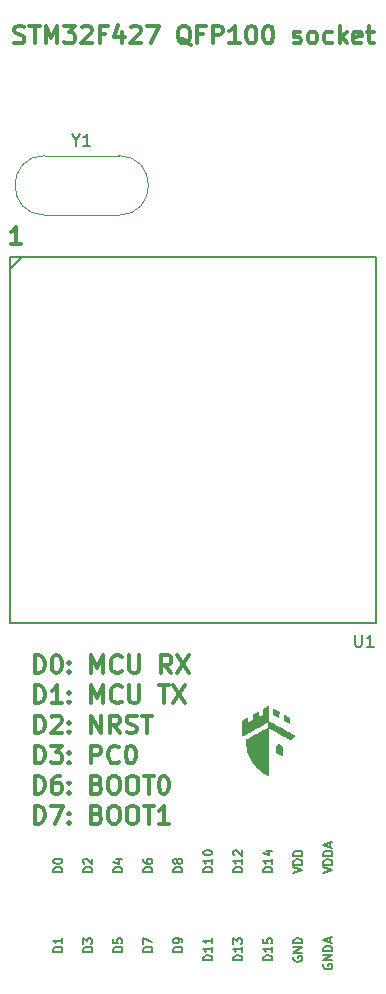
<source format=gbr>
G04 #@! TF.GenerationSoftware,KiCad,Pcbnew,5.0.2-bee76a0~70~ubuntu18.04.1*
G04 #@! TF.CreationDate,2019-07-29T15:00:22+02:00*
G04 #@! TF.ProjectId,stm32f427,73746d33-3266-4343-9237-2e6b69636164,rev?*
G04 #@! TF.SameCoordinates,Original*
G04 #@! TF.FileFunction,Legend,Top*
G04 #@! TF.FilePolarity,Positive*
%FSLAX46Y46*%
G04 Gerber Fmt 4.6, Leading zero omitted, Abs format (unit mm)*
G04 Created by KiCad (PCBNEW 5.0.2-bee76a0~70~ubuntu18.04.1) date lun. 29 juil. 2019 15:00:22 CEST*
%MOMM*%
%LPD*%
G01*
G04 APERTURE LIST*
%ADD10C,0.300000*%
%ADD11C,0.150000*%
%ADD12C,0.010000*%
%ADD13C,0.120000*%
G04 APERTURE END LIST*
D10*
X47672571Y-97706571D02*
X46815428Y-97706571D01*
X47244000Y-97706571D02*
X47244000Y-96206571D01*
X47101142Y-96420857D01*
X46958285Y-96563714D01*
X46815428Y-96635142D01*
D11*
X73249285Y-150961071D02*
X73999285Y-150711071D01*
X73249285Y-150461071D01*
X73999285Y-150211071D02*
X73249285Y-150211071D01*
X73249285Y-150032500D01*
X73285000Y-149925357D01*
X73356428Y-149853928D01*
X73427857Y-149818214D01*
X73570714Y-149782500D01*
X73677857Y-149782500D01*
X73820714Y-149818214D01*
X73892142Y-149853928D01*
X73963571Y-149925357D01*
X73999285Y-150032500D01*
X73999285Y-150211071D01*
X73999285Y-149461071D02*
X73249285Y-149461071D01*
X73249285Y-149282500D01*
X73285000Y-149175357D01*
X73356428Y-149103928D01*
X73427857Y-149068214D01*
X73570714Y-149032500D01*
X73677857Y-149032500D01*
X73820714Y-149068214D01*
X73892142Y-149103928D01*
X73963571Y-149175357D01*
X73999285Y-149282500D01*
X73999285Y-149461071D01*
X73785000Y-148746785D02*
X73785000Y-148389642D01*
X73999285Y-148818214D02*
X73249285Y-148568214D01*
X73999285Y-148318214D01*
X70709285Y-150961071D02*
X71459285Y-150711071D01*
X70709285Y-150461071D01*
X71459285Y-150211071D02*
X70709285Y-150211071D01*
X70709285Y-150032500D01*
X70745000Y-149925357D01*
X70816428Y-149853928D01*
X70887857Y-149818214D01*
X71030714Y-149782500D01*
X71137857Y-149782500D01*
X71280714Y-149818214D01*
X71352142Y-149853928D01*
X71423571Y-149925357D01*
X71459285Y-150032500D01*
X71459285Y-150211071D01*
X71459285Y-149461071D02*
X70709285Y-149461071D01*
X70709285Y-149282500D01*
X70745000Y-149175357D01*
X70816428Y-149103928D01*
X70887857Y-149068214D01*
X71030714Y-149032500D01*
X71137857Y-149032500D01*
X71280714Y-149068214D01*
X71352142Y-149103928D01*
X71423571Y-149175357D01*
X71459285Y-149282500D01*
X71459285Y-149461071D01*
X68919285Y-150853928D02*
X68169285Y-150853928D01*
X68169285Y-150675357D01*
X68205000Y-150568214D01*
X68276428Y-150496785D01*
X68347857Y-150461071D01*
X68490714Y-150425357D01*
X68597857Y-150425357D01*
X68740714Y-150461071D01*
X68812142Y-150496785D01*
X68883571Y-150568214D01*
X68919285Y-150675357D01*
X68919285Y-150853928D01*
X68919285Y-149711071D02*
X68919285Y-150139642D01*
X68919285Y-149925357D02*
X68169285Y-149925357D01*
X68276428Y-149996785D01*
X68347857Y-150068214D01*
X68383571Y-150139642D01*
X68419285Y-149068214D02*
X68919285Y-149068214D01*
X68133571Y-149246785D02*
X68669285Y-149425357D01*
X68669285Y-148961071D01*
X66379285Y-150853928D02*
X65629285Y-150853928D01*
X65629285Y-150675357D01*
X65665000Y-150568214D01*
X65736428Y-150496785D01*
X65807857Y-150461071D01*
X65950714Y-150425357D01*
X66057857Y-150425357D01*
X66200714Y-150461071D01*
X66272142Y-150496785D01*
X66343571Y-150568214D01*
X66379285Y-150675357D01*
X66379285Y-150853928D01*
X66379285Y-149711071D02*
X66379285Y-150139642D01*
X66379285Y-149925357D02*
X65629285Y-149925357D01*
X65736428Y-149996785D01*
X65807857Y-150068214D01*
X65843571Y-150139642D01*
X65700714Y-149425357D02*
X65665000Y-149389642D01*
X65629285Y-149318214D01*
X65629285Y-149139642D01*
X65665000Y-149068214D01*
X65700714Y-149032500D01*
X65772142Y-148996785D01*
X65843571Y-148996785D01*
X65950714Y-149032500D01*
X66379285Y-149461071D01*
X66379285Y-148996785D01*
X63839285Y-150853928D02*
X63089285Y-150853928D01*
X63089285Y-150675357D01*
X63125000Y-150568214D01*
X63196428Y-150496785D01*
X63267857Y-150461071D01*
X63410714Y-150425357D01*
X63517857Y-150425357D01*
X63660714Y-150461071D01*
X63732142Y-150496785D01*
X63803571Y-150568214D01*
X63839285Y-150675357D01*
X63839285Y-150853928D01*
X63839285Y-149711071D02*
X63839285Y-150139642D01*
X63839285Y-149925357D02*
X63089285Y-149925357D01*
X63196428Y-149996785D01*
X63267857Y-150068214D01*
X63303571Y-150139642D01*
X63089285Y-149246785D02*
X63089285Y-149175357D01*
X63125000Y-149103928D01*
X63160714Y-149068214D01*
X63232142Y-149032500D01*
X63375000Y-148996785D01*
X63553571Y-148996785D01*
X63696428Y-149032500D01*
X63767857Y-149068214D01*
X63803571Y-149103928D01*
X63839285Y-149175357D01*
X63839285Y-149246785D01*
X63803571Y-149318214D01*
X63767857Y-149353928D01*
X63696428Y-149389642D01*
X63553571Y-149425357D01*
X63375000Y-149425357D01*
X63232142Y-149389642D01*
X63160714Y-149353928D01*
X63125000Y-149318214D01*
X63089285Y-149246785D01*
X61299285Y-150853928D02*
X60549285Y-150853928D01*
X60549285Y-150675357D01*
X60585000Y-150568214D01*
X60656428Y-150496785D01*
X60727857Y-150461071D01*
X60870714Y-150425357D01*
X60977857Y-150425357D01*
X61120714Y-150461071D01*
X61192142Y-150496785D01*
X61263571Y-150568214D01*
X61299285Y-150675357D01*
X61299285Y-150853928D01*
X60870714Y-149996785D02*
X60835000Y-150068214D01*
X60799285Y-150103928D01*
X60727857Y-150139642D01*
X60692142Y-150139642D01*
X60620714Y-150103928D01*
X60585000Y-150068214D01*
X60549285Y-149996785D01*
X60549285Y-149853928D01*
X60585000Y-149782500D01*
X60620714Y-149746785D01*
X60692142Y-149711071D01*
X60727857Y-149711071D01*
X60799285Y-149746785D01*
X60835000Y-149782500D01*
X60870714Y-149853928D01*
X60870714Y-149996785D01*
X60906428Y-150068214D01*
X60942142Y-150103928D01*
X61013571Y-150139642D01*
X61156428Y-150139642D01*
X61227857Y-150103928D01*
X61263571Y-150068214D01*
X61299285Y-149996785D01*
X61299285Y-149853928D01*
X61263571Y-149782500D01*
X61227857Y-149746785D01*
X61156428Y-149711071D01*
X61013571Y-149711071D01*
X60942142Y-149746785D01*
X60906428Y-149782500D01*
X60870714Y-149853928D01*
X58759285Y-150853928D02*
X58009285Y-150853928D01*
X58009285Y-150675357D01*
X58045000Y-150568214D01*
X58116428Y-150496785D01*
X58187857Y-150461071D01*
X58330714Y-150425357D01*
X58437857Y-150425357D01*
X58580714Y-150461071D01*
X58652142Y-150496785D01*
X58723571Y-150568214D01*
X58759285Y-150675357D01*
X58759285Y-150853928D01*
X58009285Y-149782500D02*
X58009285Y-149925357D01*
X58045000Y-149996785D01*
X58080714Y-150032500D01*
X58187857Y-150103928D01*
X58330714Y-150139642D01*
X58616428Y-150139642D01*
X58687857Y-150103928D01*
X58723571Y-150068214D01*
X58759285Y-149996785D01*
X58759285Y-149853928D01*
X58723571Y-149782500D01*
X58687857Y-149746785D01*
X58616428Y-149711071D01*
X58437857Y-149711071D01*
X58366428Y-149746785D01*
X58330714Y-149782500D01*
X58295000Y-149853928D01*
X58295000Y-149996785D01*
X58330714Y-150068214D01*
X58366428Y-150103928D01*
X58437857Y-150139642D01*
X56219285Y-150853928D02*
X55469285Y-150853928D01*
X55469285Y-150675357D01*
X55505000Y-150568214D01*
X55576428Y-150496785D01*
X55647857Y-150461071D01*
X55790714Y-150425357D01*
X55897857Y-150425357D01*
X56040714Y-150461071D01*
X56112142Y-150496785D01*
X56183571Y-150568214D01*
X56219285Y-150675357D01*
X56219285Y-150853928D01*
X55719285Y-149782500D02*
X56219285Y-149782500D01*
X55433571Y-149961071D02*
X55969285Y-150139642D01*
X55969285Y-149675357D01*
X53679285Y-150853928D02*
X52929285Y-150853928D01*
X52929285Y-150675357D01*
X52965000Y-150568214D01*
X53036428Y-150496785D01*
X53107857Y-150461071D01*
X53250714Y-150425357D01*
X53357857Y-150425357D01*
X53500714Y-150461071D01*
X53572142Y-150496785D01*
X53643571Y-150568214D01*
X53679285Y-150675357D01*
X53679285Y-150853928D01*
X53000714Y-150139642D02*
X52965000Y-150103928D01*
X52929285Y-150032500D01*
X52929285Y-149853928D01*
X52965000Y-149782500D01*
X53000714Y-149746785D01*
X53072142Y-149711071D01*
X53143571Y-149711071D01*
X53250714Y-149746785D01*
X53679285Y-150175357D01*
X53679285Y-149711071D01*
X51139285Y-150853928D02*
X50389285Y-150853928D01*
X50389285Y-150675357D01*
X50425000Y-150568214D01*
X50496428Y-150496785D01*
X50567857Y-150461071D01*
X50710714Y-150425357D01*
X50817857Y-150425357D01*
X50960714Y-150461071D01*
X51032142Y-150496785D01*
X51103571Y-150568214D01*
X51139285Y-150675357D01*
X51139285Y-150853928D01*
X50389285Y-149961071D02*
X50389285Y-149889642D01*
X50425000Y-149818214D01*
X50460714Y-149782500D01*
X50532142Y-149746785D01*
X50675000Y-149711071D01*
X50853571Y-149711071D01*
X50996428Y-149746785D01*
X51067857Y-149782500D01*
X51103571Y-149818214D01*
X51139285Y-149889642D01*
X51139285Y-149961071D01*
X51103571Y-150032500D01*
X51067857Y-150068214D01*
X50996428Y-150103928D01*
X50853571Y-150139642D01*
X50675000Y-150139642D01*
X50532142Y-150103928D01*
X50460714Y-150068214D01*
X50425000Y-150032500D01*
X50389285Y-149961071D01*
X51139285Y-157593214D02*
X50389285Y-157593214D01*
X50389285Y-157414642D01*
X50425000Y-157307500D01*
X50496428Y-157236071D01*
X50567857Y-157200357D01*
X50710714Y-157164642D01*
X50817857Y-157164642D01*
X50960714Y-157200357D01*
X51032142Y-157236071D01*
X51103571Y-157307500D01*
X51139285Y-157414642D01*
X51139285Y-157593214D01*
X51139285Y-156450357D02*
X51139285Y-156878928D01*
X51139285Y-156664642D02*
X50389285Y-156664642D01*
X50496428Y-156736071D01*
X50567857Y-156807500D01*
X50603571Y-156878928D01*
X53679285Y-157593214D02*
X52929285Y-157593214D01*
X52929285Y-157414642D01*
X52965000Y-157307500D01*
X53036428Y-157236071D01*
X53107857Y-157200357D01*
X53250714Y-157164642D01*
X53357857Y-157164642D01*
X53500714Y-157200357D01*
X53572142Y-157236071D01*
X53643571Y-157307500D01*
X53679285Y-157414642D01*
X53679285Y-157593214D01*
X52929285Y-156914642D02*
X52929285Y-156450357D01*
X53215000Y-156700357D01*
X53215000Y-156593214D01*
X53250714Y-156521785D01*
X53286428Y-156486071D01*
X53357857Y-156450357D01*
X53536428Y-156450357D01*
X53607857Y-156486071D01*
X53643571Y-156521785D01*
X53679285Y-156593214D01*
X53679285Y-156807500D01*
X53643571Y-156878928D01*
X53607857Y-156914642D01*
X56219285Y-157593214D02*
X55469285Y-157593214D01*
X55469285Y-157414642D01*
X55505000Y-157307500D01*
X55576428Y-157236071D01*
X55647857Y-157200357D01*
X55790714Y-157164642D01*
X55897857Y-157164642D01*
X56040714Y-157200357D01*
X56112142Y-157236071D01*
X56183571Y-157307500D01*
X56219285Y-157414642D01*
X56219285Y-157593214D01*
X55469285Y-156486071D02*
X55469285Y-156843214D01*
X55826428Y-156878928D01*
X55790714Y-156843214D01*
X55755000Y-156771785D01*
X55755000Y-156593214D01*
X55790714Y-156521785D01*
X55826428Y-156486071D01*
X55897857Y-156450357D01*
X56076428Y-156450357D01*
X56147857Y-156486071D01*
X56183571Y-156521785D01*
X56219285Y-156593214D01*
X56219285Y-156771785D01*
X56183571Y-156843214D01*
X56147857Y-156878928D01*
X58759285Y-157593214D02*
X58009285Y-157593214D01*
X58009285Y-157414642D01*
X58045000Y-157307500D01*
X58116428Y-157236071D01*
X58187857Y-157200357D01*
X58330714Y-157164642D01*
X58437857Y-157164642D01*
X58580714Y-157200357D01*
X58652142Y-157236071D01*
X58723571Y-157307500D01*
X58759285Y-157414642D01*
X58759285Y-157593214D01*
X58009285Y-156914642D02*
X58009285Y-156414642D01*
X58759285Y-156736071D01*
X61299285Y-157593214D02*
X60549285Y-157593214D01*
X60549285Y-157414642D01*
X60585000Y-157307500D01*
X60656428Y-157236071D01*
X60727857Y-157200357D01*
X60870714Y-157164642D01*
X60977857Y-157164642D01*
X61120714Y-157200357D01*
X61192142Y-157236071D01*
X61263571Y-157307500D01*
X61299285Y-157414642D01*
X61299285Y-157593214D01*
X61299285Y-156807500D02*
X61299285Y-156664642D01*
X61263571Y-156593214D01*
X61227857Y-156557500D01*
X61120714Y-156486071D01*
X60977857Y-156450357D01*
X60692142Y-156450357D01*
X60620714Y-156486071D01*
X60585000Y-156521785D01*
X60549285Y-156593214D01*
X60549285Y-156736071D01*
X60585000Y-156807500D01*
X60620714Y-156843214D01*
X60692142Y-156878928D01*
X60870714Y-156878928D01*
X60942142Y-156843214D01*
X60977857Y-156807500D01*
X61013571Y-156736071D01*
X61013571Y-156593214D01*
X60977857Y-156521785D01*
X60942142Y-156486071D01*
X60870714Y-156450357D01*
X63839285Y-158307500D02*
X63089285Y-158307500D01*
X63089285Y-158128928D01*
X63125000Y-158021785D01*
X63196428Y-157950357D01*
X63267857Y-157914642D01*
X63410714Y-157878928D01*
X63517857Y-157878928D01*
X63660714Y-157914642D01*
X63732142Y-157950357D01*
X63803571Y-158021785D01*
X63839285Y-158128928D01*
X63839285Y-158307500D01*
X63839285Y-157164642D02*
X63839285Y-157593214D01*
X63839285Y-157378928D02*
X63089285Y-157378928D01*
X63196428Y-157450357D01*
X63267857Y-157521785D01*
X63303571Y-157593214D01*
X63839285Y-156450357D02*
X63839285Y-156878928D01*
X63839285Y-156664642D02*
X63089285Y-156664642D01*
X63196428Y-156736071D01*
X63267857Y-156807500D01*
X63303571Y-156878928D01*
X66379285Y-158307500D02*
X65629285Y-158307500D01*
X65629285Y-158128928D01*
X65665000Y-158021785D01*
X65736428Y-157950357D01*
X65807857Y-157914642D01*
X65950714Y-157878928D01*
X66057857Y-157878928D01*
X66200714Y-157914642D01*
X66272142Y-157950357D01*
X66343571Y-158021785D01*
X66379285Y-158128928D01*
X66379285Y-158307500D01*
X66379285Y-157164642D02*
X66379285Y-157593214D01*
X66379285Y-157378928D02*
X65629285Y-157378928D01*
X65736428Y-157450357D01*
X65807857Y-157521785D01*
X65843571Y-157593214D01*
X65629285Y-156914642D02*
X65629285Y-156450357D01*
X65915000Y-156700357D01*
X65915000Y-156593214D01*
X65950714Y-156521785D01*
X65986428Y-156486071D01*
X66057857Y-156450357D01*
X66236428Y-156450357D01*
X66307857Y-156486071D01*
X66343571Y-156521785D01*
X66379285Y-156593214D01*
X66379285Y-156807500D01*
X66343571Y-156878928D01*
X66307857Y-156914642D01*
X68919285Y-158307500D02*
X68169285Y-158307500D01*
X68169285Y-158128928D01*
X68205000Y-158021785D01*
X68276428Y-157950357D01*
X68347857Y-157914642D01*
X68490714Y-157878928D01*
X68597857Y-157878928D01*
X68740714Y-157914642D01*
X68812142Y-157950357D01*
X68883571Y-158021785D01*
X68919285Y-158128928D01*
X68919285Y-158307500D01*
X68919285Y-157164642D02*
X68919285Y-157593214D01*
X68919285Y-157378928D02*
X68169285Y-157378928D01*
X68276428Y-157450357D01*
X68347857Y-157521785D01*
X68383571Y-157593214D01*
X68169285Y-156486071D02*
X68169285Y-156843214D01*
X68526428Y-156878928D01*
X68490714Y-156843214D01*
X68455000Y-156771785D01*
X68455000Y-156593214D01*
X68490714Y-156521785D01*
X68526428Y-156486071D01*
X68597857Y-156450357D01*
X68776428Y-156450357D01*
X68847857Y-156486071D01*
X68883571Y-156521785D01*
X68919285Y-156593214D01*
X68919285Y-156771785D01*
X68883571Y-156843214D01*
X68847857Y-156878928D01*
X70745000Y-158021785D02*
X70709285Y-158093214D01*
X70709285Y-158200357D01*
X70745000Y-158307500D01*
X70816428Y-158378928D01*
X70887857Y-158414642D01*
X71030714Y-158450357D01*
X71137857Y-158450357D01*
X71280714Y-158414642D01*
X71352142Y-158378928D01*
X71423571Y-158307500D01*
X71459285Y-158200357D01*
X71459285Y-158128928D01*
X71423571Y-158021785D01*
X71387857Y-157986071D01*
X71137857Y-157986071D01*
X71137857Y-158128928D01*
X71459285Y-157664642D02*
X70709285Y-157664642D01*
X71459285Y-157236071D01*
X70709285Y-157236071D01*
X71459285Y-156878928D02*
X70709285Y-156878928D01*
X70709285Y-156700357D01*
X70745000Y-156593214D01*
X70816428Y-156521785D01*
X70887857Y-156486071D01*
X71030714Y-156450357D01*
X71137857Y-156450357D01*
X71280714Y-156486071D01*
X71352142Y-156521785D01*
X71423571Y-156593214D01*
X71459285Y-156700357D01*
X71459285Y-156878928D01*
X73285000Y-158664642D02*
X73249285Y-158736071D01*
X73249285Y-158843214D01*
X73285000Y-158950357D01*
X73356428Y-159021785D01*
X73427857Y-159057500D01*
X73570714Y-159093214D01*
X73677857Y-159093214D01*
X73820714Y-159057500D01*
X73892142Y-159021785D01*
X73963571Y-158950357D01*
X73999285Y-158843214D01*
X73999285Y-158771785D01*
X73963571Y-158664642D01*
X73927857Y-158628928D01*
X73677857Y-158628928D01*
X73677857Y-158771785D01*
X73999285Y-158307500D02*
X73249285Y-158307500D01*
X73999285Y-157878928D01*
X73249285Y-157878928D01*
X73999285Y-157521785D02*
X73249285Y-157521785D01*
X73249285Y-157343214D01*
X73285000Y-157236071D01*
X73356428Y-157164642D01*
X73427857Y-157128928D01*
X73570714Y-157093214D01*
X73677857Y-157093214D01*
X73820714Y-157128928D01*
X73892142Y-157164642D01*
X73963571Y-157236071D01*
X73999285Y-157343214D01*
X73999285Y-157521785D01*
X73785000Y-156807500D02*
X73785000Y-156450357D01*
X73999285Y-156878928D02*
X73249285Y-156628928D01*
X73999285Y-156378928D01*
D10*
X47087142Y-80617142D02*
X47301428Y-80688571D01*
X47658571Y-80688571D01*
X47801428Y-80617142D01*
X47872857Y-80545714D01*
X47944285Y-80402857D01*
X47944285Y-80260000D01*
X47872857Y-80117142D01*
X47801428Y-80045714D01*
X47658571Y-79974285D01*
X47372857Y-79902857D01*
X47229999Y-79831428D01*
X47158571Y-79760000D01*
X47087142Y-79617142D01*
X47087142Y-79474285D01*
X47158571Y-79331428D01*
X47229999Y-79260000D01*
X47372857Y-79188571D01*
X47729999Y-79188571D01*
X47944285Y-79260000D01*
X48372857Y-79188571D02*
X49229999Y-79188571D01*
X48801428Y-80688571D02*
X48801428Y-79188571D01*
X49729999Y-80688571D02*
X49729999Y-79188571D01*
X50229999Y-80260000D01*
X50729999Y-79188571D01*
X50729999Y-80688571D01*
X51301428Y-79188571D02*
X52229999Y-79188571D01*
X51729999Y-79760000D01*
X51944285Y-79760000D01*
X52087142Y-79831428D01*
X52158571Y-79902857D01*
X52229999Y-80045714D01*
X52229999Y-80402857D01*
X52158571Y-80545714D01*
X52087142Y-80617142D01*
X51944285Y-80688571D01*
X51515714Y-80688571D01*
X51372857Y-80617142D01*
X51301428Y-80545714D01*
X52801428Y-79331428D02*
X52872857Y-79260000D01*
X53015714Y-79188571D01*
X53372857Y-79188571D01*
X53515714Y-79260000D01*
X53587142Y-79331428D01*
X53658571Y-79474285D01*
X53658571Y-79617142D01*
X53587142Y-79831428D01*
X52729999Y-80688571D01*
X53658571Y-80688571D01*
X54801428Y-79902857D02*
X54301428Y-79902857D01*
X54301428Y-80688571D02*
X54301428Y-79188571D01*
X55015714Y-79188571D01*
X56229999Y-79688571D02*
X56229999Y-80688571D01*
X55872857Y-79117142D02*
X55515714Y-80188571D01*
X56444285Y-80188571D01*
X56944285Y-79331428D02*
X57015714Y-79260000D01*
X57158571Y-79188571D01*
X57515714Y-79188571D01*
X57658571Y-79260000D01*
X57729999Y-79331428D01*
X57801428Y-79474285D01*
X57801428Y-79617142D01*
X57729999Y-79831428D01*
X56872857Y-80688571D01*
X57801428Y-80688571D01*
X58301428Y-79188571D02*
X59301428Y-79188571D01*
X58658571Y-80688571D01*
X62015714Y-80831428D02*
X61872857Y-80760000D01*
X61730000Y-80617142D01*
X61515714Y-80402857D01*
X61372857Y-80331428D01*
X61230000Y-80331428D01*
X61301428Y-80688571D02*
X61158571Y-80617142D01*
X61015714Y-80474285D01*
X60944285Y-80188571D01*
X60944285Y-79688571D01*
X61015714Y-79402857D01*
X61158571Y-79260000D01*
X61301428Y-79188571D01*
X61587142Y-79188571D01*
X61730000Y-79260000D01*
X61872857Y-79402857D01*
X61944285Y-79688571D01*
X61944285Y-80188571D01*
X61872857Y-80474285D01*
X61730000Y-80617142D01*
X61587142Y-80688571D01*
X61301428Y-80688571D01*
X63087142Y-79902857D02*
X62587142Y-79902857D01*
X62587142Y-80688571D02*
X62587142Y-79188571D01*
X63301428Y-79188571D01*
X63872857Y-80688571D02*
X63872857Y-79188571D01*
X64444285Y-79188571D01*
X64587142Y-79260000D01*
X64658571Y-79331428D01*
X64730000Y-79474285D01*
X64730000Y-79688571D01*
X64658571Y-79831428D01*
X64587142Y-79902857D01*
X64444285Y-79974285D01*
X63872857Y-79974285D01*
X66158571Y-80688571D02*
X65301428Y-80688571D01*
X65729999Y-80688571D02*
X65729999Y-79188571D01*
X65587142Y-79402857D01*
X65444285Y-79545714D01*
X65301428Y-79617142D01*
X67087142Y-79188571D02*
X67230000Y-79188571D01*
X67372857Y-79260000D01*
X67444285Y-79331428D01*
X67515714Y-79474285D01*
X67587142Y-79760000D01*
X67587142Y-80117142D01*
X67515714Y-80402857D01*
X67444285Y-80545714D01*
X67372857Y-80617142D01*
X67230000Y-80688571D01*
X67087142Y-80688571D01*
X66944285Y-80617142D01*
X66872857Y-80545714D01*
X66801428Y-80402857D01*
X66730000Y-80117142D01*
X66730000Y-79760000D01*
X66801428Y-79474285D01*
X66872857Y-79331428D01*
X66944285Y-79260000D01*
X67087142Y-79188571D01*
X68515714Y-79188571D02*
X68658571Y-79188571D01*
X68801428Y-79260000D01*
X68872857Y-79331428D01*
X68944285Y-79474285D01*
X69015714Y-79760000D01*
X69015714Y-80117142D01*
X68944285Y-80402857D01*
X68872857Y-80545714D01*
X68801428Y-80617142D01*
X68658571Y-80688571D01*
X68515714Y-80688571D01*
X68372857Y-80617142D01*
X68301428Y-80545714D01*
X68230000Y-80402857D01*
X68158571Y-80117142D01*
X68158571Y-79760000D01*
X68230000Y-79474285D01*
X68301428Y-79331428D01*
X68372857Y-79260000D01*
X68515714Y-79188571D01*
X70730000Y-80617142D02*
X70872857Y-80688571D01*
X71158571Y-80688571D01*
X71301428Y-80617142D01*
X71372857Y-80474285D01*
X71372857Y-80402857D01*
X71301428Y-80260000D01*
X71158571Y-80188571D01*
X70944285Y-80188571D01*
X70801428Y-80117142D01*
X70730000Y-79974285D01*
X70730000Y-79902857D01*
X70801428Y-79760000D01*
X70944285Y-79688571D01*
X71158571Y-79688571D01*
X71301428Y-79760000D01*
X72230000Y-80688571D02*
X72087142Y-80617142D01*
X72015714Y-80545714D01*
X71944285Y-80402857D01*
X71944285Y-79974285D01*
X72015714Y-79831428D01*
X72087142Y-79760000D01*
X72230000Y-79688571D01*
X72444285Y-79688571D01*
X72587142Y-79760000D01*
X72658571Y-79831428D01*
X72730000Y-79974285D01*
X72730000Y-80402857D01*
X72658571Y-80545714D01*
X72587142Y-80617142D01*
X72444285Y-80688571D01*
X72230000Y-80688571D01*
X74015714Y-80617142D02*
X73872857Y-80688571D01*
X73587142Y-80688571D01*
X73444285Y-80617142D01*
X73372857Y-80545714D01*
X73301428Y-80402857D01*
X73301428Y-79974285D01*
X73372857Y-79831428D01*
X73444285Y-79760000D01*
X73587142Y-79688571D01*
X73872857Y-79688571D01*
X74015714Y-79760000D01*
X74658571Y-80688571D02*
X74658571Y-79188571D01*
X74801428Y-80117142D02*
X75230000Y-80688571D01*
X75230000Y-79688571D02*
X74658571Y-80260000D01*
X76444285Y-80617142D02*
X76301428Y-80688571D01*
X76015714Y-80688571D01*
X75872857Y-80617142D01*
X75801428Y-80474285D01*
X75801428Y-79902857D01*
X75872857Y-79760000D01*
X76015714Y-79688571D01*
X76301428Y-79688571D01*
X76444285Y-79760000D01*
X76515714Y-79902857D01*
X76515714Y-80045714D01*
X75801428Y-80188571D01*
X76944285Y-79688571D02*
X77515714Y-79688571D01*
X77158571Y-79188571D02*
X77158571Y-80474285D01*
X77230000Y-80617142D01*
X77372857Y-80688571D01*
X77515714Y-80688571D01*
X48812142Y-134003571D02*
X48812142Y-132503571D01*
X49169285Y-132503571D01*
X49383571Y-132575000D01*
X49526428Y-132717857D01*
X49597857Y-132860714D01*
X49669285Y-133146428D01*
X49669285Y-133360714D01*
X49597857Y-133646428D01*
X49526428Y-133789285D01*
X49383571Y-133932142D01*
X49169285Y-134003571D01*
X48812142Y-134003571D01*
X50597857Y-132503571D02*
X50740714Y-132503571D01*
X50883571Y-132575000D01*
X50955000Y-132646428D01*
X51026428Y-132789285D01*
X51097857Y-133075000D01*
X51097857Y-133432142D01*
X51026428Y-133717857D01*
X50955000Y-133860714D01*
X50883571Y-133932142D01*
X50740714Y-134003571D01*
X50597857Y-134003571D01*
X50455000Y-133932142D01*
X50383571Y-133860714D01*
X50312142Y-133717857D01*
X50240714Y-133432142D01*
X50240714Y-133075000D01*
X50312142Y-132789285D01*
X50383571Y-132646428D01*
X50455000Y-132575000D01*
X50597857Y-132503571D01*
X51740714Y-133860714D02*
X51812142Y-133932142D01*
X51740714Y-134003571D01*
X51669285Y-133932142D01*
X51740714Y-133860714D01*
X51740714Y-134003571D01*
X51740714Y-133075000D02*
X51812142Y-133146428D01*
X51740714Y-133217857D01*
X51669285Y-133146428D01*
X51740714Y-133075000D01*
X51740714Y-133217857D01*
X53597857Y-134003571D02*
X53597857Y-132503571D01*
X54097857Y-133575000D01*
X54597857Y-132503571D01*
X54597857Y-134003571D01*
X56169285Y-133860714D02*
X56097857Y-133932142D01*
X55883571Y-134003571D01*
X55740714Y-134003571D01*
X55526428Y-133932142D01*
X55383571Y-133789285D01*
X55312142Y-133646428D01*
X55240714Y-133360714D01*
X55240714Y-133146428D01*
X55312142Y-132860714D01*
X55383571Y-132717857D01*
X55526428Y-132575000D01*
X55740714Y-132503571D01*
X55883571Y-132503571D01*
X56097857Y-132575000D01*
X56169285Y-132646428D01*
X56812142Y-132503571D02*
X56812142Y-133717857D01*
X56883571Y-133860714D01*
X56955000Y-133932142D01*
X57097857Y-134003571D01*
X57383571Y-134003571D01*
X57526428Y-133932142D01*
X57597857Y-133860714D01*
X57669285Y-133717857D01*
X57669285Y-132503571D01*
X60383571Y-134003571D02*
X59883571Y-133289285D01*
X59526428Y-134003571D02*
X59526428Y-132503571D01*
X60097857Y-132503571D01*
X60240714Y-132575000D01*
X60312142Y-132646428D01*
X60383571Y-132789285D01*
X60383571Y-133003571D01*
X60312142Y-133146428D01*
X60240714Y-133217857D01*
X60097857Y-133289285D01*
X59526428Y-133289285D01*
X60883571Y-132503571D02*
X61883571Y-134003571D01*
X61883571Y-132503571D02*
X60883571Y-134003571D01*
X48812142Y-136553571D02*
X48812142Y-135053571D01*
X49169285Y-135053571D01*
X49383571Y-135125000D01*
X49526428Y-135267857D01*
X49597857Y-135410714D01*
X49669285Y-135696428D01*
X49669285Y-135910714D01*
X49597857Y-136196428D01*
X49526428Y-136339285D01*
X49383571Y-136482142D01*
X49169285Y-136553571D01*
X48812142Y-136553571D01*
X51097857Y-136553571D02*
X50240714Y-136553571D01*
X50669285Y-136553571D02*
X50669285Y-135053571D01*
X50526428Y-135267857D01*
X50383571Y-135410714D01*
X50240714Y-135482142D01*
X51740714Y-136410714D02*
X51812142Y-136482142D01*
X51740714Y-136553571D01*
X51669285Y-136482142D01*
X51740714Y-136410714D01*
X51740714Y-136553571D01*
X51740714Y-135625000D02*
X51812142Y-135696428D01*
X51740714Y-135767857D01*
X51669285Y-135696428D01*
X51740714Y-135625000D01*
X51740714Y-135767857D01*
X53597857Y-136553571D02*
X53597857Y-135053571D01*
X54097857Y-136125000D01*
X54597857Y-135053571D01*
X54597857Y-136553571D01*
X56169285Y-136410714D02*
X56097857Y-136482142D01*
X55883571Y-136553571D01*
X55740714Y-136553571D01*
X55526428Y-136482142D01*
X55383571Y-136339285D01*
X55312142Y-136196428D01*
X55240714Y-135910714D01*
X55240714Y-135696428D01*
X55312142Y-135410714D01*
X55383571Y-135267857D01*
X55526428Y-135125000D01*
X55740714Y-135053571D01*
X55883571Y-135053571D01*
X56097857Y-135125000D01*
X56169285Y-135196428D01*
X56812142Y-135053571D02*
X56812142Y-136267857D01*
X56883571Y-136410714D01*
X56955000Y-136482142D01*
X57097857Y-136553571D01*
X57383571Y-136553571D01*
X57526428Y-136482142D01*
X57597857Y-136410714D01*
X57669285Y-136267857D01*
X57669285Y-135053571D01*
X59312142Y-135053571D02*
X60169285Y-135053571D01*
X59740714Y-136553571D02*
X59740714Y-135053571D01*
X60526428Y-135053571D02*
X61526428Y-136553571D01*
X61526428Y-135053571D02*
X60526428Y-136553571D01*
X48812142Y-139103571D02*
X48812142Y-137603571D01*
X49169285Y-137603571D01*
X49383571Y-137675000D01*
X49526428Y-137817857D01*
X49597857Y-137960714D01*
X49669285Y-138246428D01*
X49669285Y-138460714D01*
X49597857Y-138746428D01*
X49526428Y-138889285D01*
X49383571Y-139032142D01*
X49169285Y-139103571D01*
X48812142Y-139103571D01*
X50240714Y-137746428D02*
X50312142Y-137675000D01*
X50455000Y-137603571D01*
X50812142Y-137603571D01*
X50955000Y-137675000D01*
X51026428Y-137746428D01*
X51097857Y-137889285D01*
X51097857Y-138032142D01*
X51026428Y-138246428D01*
X50169285Y-139103571D01*
X51097857Y-139103571D01*
X51740714Y-138960714D02*
X51812142Y-139032142D01*
X51740714Y-139103571D01*
X51669285Y-139032142D01*
X51740714Y-138960714D01*
X51740714Y-139103571D01*
X51740714Y-138175000D02*
X51812142Y-138246428D01*
X51740714Y-138317857D01*
X51669285Y-138246428D01*
X51740714Y-138175000D01*
X51740714Y-138317857D01*
X53597857Y-139103571D02*
X53597857Y-137603571D01*
X54455000Y-139103571D01*
X54455000Y-137603571D01*
X56026428Y-139103571D02*
X55526428Y-138389285D01*
X55169285Y-139103571D02*
X55169285Y-137603571D01*
X55740714Y-137603571D01*
X55883571Y-137675000D01*
X55955000Y-137746428D01*
X56026428Y-137889285D01*
X56026428Y-138103571D01*
X55955000Y-138246428D01*
X55883571Y-138317857D01*
X55740714Y-138389285D01*
X55169285Y-138389285D01*
X56597857Y-139032142D02*
X56812142Y-139103571D01*
X57169285Y-139103571D01*
X57312142Y-139032142D01*
X57383571Y-138960714D01*
X57455000Y-138817857D01*
X57455000Y-138675000D01*
X57383571Y-138532142D01*
X57312142Y-138460714D01*
X57169285Y-138389285D01*
X56883571Y-138317857D01*
X56740714Y-138246428D01*
X56669285Y-138175000D01*
X56597857Y-138032142D01*
X56597857Y-137889285D01*
X56669285Y-137746428D01*
X56740714Y-137675000D01*
X56883571Y-137603571D01*
X57240714Y-137603571D01*
X57455000Y-137675000D01*
X57883571Y-137603571D02*
X58740714Y-137603571D01*
X58312142Y-139103571D02*
X58312142Y-137603571D01*
X48812142Y-141653571D02*
X48812142Y-140153571D01*
X49169285Y-140153571D01*
X49383571Y-140225000D01*
X49526428Y-140367857D01*
X49597857Y-140510714D01*
X49669285Y-140796428D01*
X49669285Y-141010714D01*
X49597857Y-141296428D01*
X49526428Y-141439285D01*
X49383571Y-141582142D01*
X49169285Y-141653571D01*
X48812142Y-141653571D01*
X50169285Y-140153571D02*
X51097857Y-140153571D01*
X50597857Y-140725000D01*
X50812142Y-140725000D01*
X50955000Y-140796428D01*
X51026428Y-140867857D01*
X51097857Y-141010714D01*
X51097857Y-141367857D01*
X51026428Y-141510714D01*
X50955000Y-141582142D01*
X50812142Y-141653571D01*
X50383571Y-141653571D01*
X50240714Y-141582142D01*
X50169285Y-141510714D01*
X51740714Y-141510714D02*
X51812142Y-141582142D01*
X51740714Y-141653571D01*
X51669285Y-141582142D01*
X51740714Y-141510714D01*
X51740714Y-141653571D01*
X51740714Y-140725000D02*
X51812142Y-140796428D01*
X51740714Y-140867857D01*
X51669285Y-140796428D01*
X51740714Y-140725000D01*
X51740714Y-140867857D01*
X53597857Y-141653571D02*
X53597857Y-140153571D01*
X54169285Y-140153571D01*
X54312142Y-140225000D01*
X54383571Y-140296428D01*
X54455000Y-140439285D01*
X54455000Y-140653571D01*
X54383571Y-140796428D01*
X54312142Y-140867857D01*
X54169285Y-140939285D01*
X53597857Y-140939285D01*
X55955000Y-141510714D02*
X55883571Y-141582142D01*
X55669285Y-141653571D01*
X55526428Y-141653571D01*
X55312142Y-141582142D01*
X55169285Y-141439285D01*
X55097857Y-141296428D01*
X55026428Y-141010714D01*
X55026428Y-140796428D01*
X55097857Y-140510714D01*
X55169285Y-140367857D01*
X55312142Y-140225000D01*
X55526428Y-140153571D01*
X55669285Y-140153571D01*
X55883571Y-140225000D01*
X55955000Y-140296428D01*
X56883571Y-140153571D02*
X57026428Y-140153571D01*
X57169285Y-140225000D01*
X57240714Y-140296428D01*
X57312142Y-140439285D01*
X57383571Y-140725000D01*
X57383571Y-141082142D01*
X57312142Y-141367857D01*
X57240714Y-141510714D01*
X57169285Y-141582142D01*
X57026428Y-141653571D01*
X56883571Y-141653571D01*
X56740714Y-141582142D01*
X56669285Y-141510714D01*
X56597857Y-141367857D01*
X56526428Y-141082142D01*
X56526428Y-140725000D01*
X56597857Y-140439285D01*
X56669285Y-140296428D01*
X56740714Y-140225000D01*
X56883571Y-140153571D01*
X48812142Y-144203571D02*
X48812142Y-142703571D01*
X49169285Y-142703571D01*
X49383571Y-142775000D01*
X49526428Y-142917857D01*
X49597857Y-143060714D01*
X49669285Y-143346428D01*
X49669285Y-143560714D01*
X49597857Y-143846428D01*
X49526428Y-143989285D01*
X49383571Y-144132142D01*
X49169285Y-144203571D01*
X48812142Y-144203571D01*
X50955000Y-142703571D02*
X50669285Y-142703571D01*
X50526428Y-142775000D01*
X50455000Y-142846428D01*
X50312142Y-143060714D01*
X50240714Y-143346428D01*
X50240714Y-143917857D01*
X50312142Y-144060714D01*
X50383571Y-144132142D01*
X50526428Y-144203571D01*
X50812142Y-144203571D01*
X50955000Y-144132142D01*
X51026428Y-144060714D01*
X51097857Y-143917857D01*
X51097857Y-143560714D01*
X51026428Y-143417857D01*
X50955000Y-143346428D01*
X50812142Y-143275000D01*
X50526428Y-143275000D01*
X50383571Y-143346428D01*
X50312142Y-143417857D01*
X50240714Y-143560714D01*
X51740714Y-144060714D02*
X51812142Y-144132142D01*
X51740714Y-144203571D01*
X51669285Y-144132142D01*
X51740714Y-144060714D01*
X51740714Y-144203571D01*
X51740714Y-143275000D02*
X51812142Y-143346428D01*
X51740714Y-143417857D01*
X51669285Y-143346428D01*
X51740714Y-143275000D01*
X51740714Y-143417857D01*
X54097857Y-143417857D02*
X54312142Y-143489285D01*
X54383571Y-143560714D01*
X54455000Y-143703571D01*
X54455000Y-143917857D01*
X54383571Y-144060714D01*
X54312142Y-144132142D01*
X54169285Y-144203571D01*
X53597857Y-144203571D01*
X53597857Y-142703571D01*
X54097857Y-142703571D01*
X54240714Y-142775000D01*
X54312142Y-142846428D01*
X54383571Y-142989285D01*
X54383571Y-143132142D01*
X54312142Y-143275000D01*
X54240714Y-143346428D01*
X54097857Y-143417857D01*
X53597857Y-143417857D01*
X55383571Y-142703571D02*
X55669285Y-142703571D01*
X55812142Y-142775000D01*
X55955000Y-142917857D01*
X56026428Y-143203571D01*
X56026428Y-143703571D01*
X55955000Y-143989285D01*
X55812142Y-144132142D01*
X55669285Y-144203571D01*
X55383571Y-144203571D01*
X55240714Y-144132142D01*
X55097857Y-143989285D01*
X55026428Y-143703571D01*
X55026428Y-143203571D01*
X55097857Y-142917857D01*
X55240714Y-142775000D01*
X55383571Y-142703571D01*
X56955000Y-142703571D02*
X57240714Y-142703571D01*
X57383571Y-142775000D01*
X57526428Y-142917857D01*
X57597857Y-143203571D01*
X57597857Y-143703571D01*
X57526428Y-143989285D01*
X57383571Y-144132142D01*
X57240714Y-144203571D01*
X56955000Y-144203571D01*
X56812142Y-144132142D01*
X56669285Y-143989285D01*
X56597857Y-143703571D01*
X56597857Y-143203571D01*
X56669285Y-142917857D01*
X56812142Y-142775000D01*
X56955000Y-142703571D01*
X58026428Y-142703571D02*
X58883571Y-142703571D01*
X58455000Y-144203571D02*
X58455000Y-142703571D01*
X59669285Y-142703571D02*
X59812142Y-142703571D01*
X59955000Y-142775000D01*
X60026428Y-142846428D01*
X60097857Y-142989285D01*
X60169285Y-143275000D01*
X60169285Y-143632142D01*
X60097857Y-143917857D01*
X60026428Y-144060714D01*
X59955000Y-144132142D01*
X59812142Y-144203571D01*
X59669285Y-144203571D01*
X59526428Y-144132142D01*
X59455000Y-144060714D01*
X59383571Y-143917857D01*
X59312142Y-143632142D01*
X59312142Y-143275000D01*
X59383571Y-142989285D01*
X59455000Y-142846428D01*
X59526428Y-142775000D01*
X59669285Y-142703571D01*
X48812142Y-146753571D02*
X48812142Y-145253571D01*
X49169285Y-145253571D01*
X49383571Y-145325000D01*
X49526428Y-145467857D01*
X49597857Y-145610714D01*
X49669285Y-145896428D01*
X49669285Y-146110714D01*
X49597857Y-146396428D01*
X49526428Y-146539285D01*
X49383571Y-146682142D01*
X49169285Y-146753571D01*
X48812142Y-146753571D01*
X50169285Y-145253571D02*
X51169285Y-145253571D01*
X50526428Y-146753571D01*
X51740714Y-146610714D02*
X51812142Y-146682142D01*
X51740714Y-146753571D01*
X51669285Y-146682142D01*
X51740714Y-146610714D01*
X51740714Y-146753571D01*
X51740714Y-145825000D02*
X51812142Y-145896428D01*
X51740714Y-145967857D01*
X51669285Y-145896428D01*
X51740714Y-145825000D01*
X51740714Y-145967857D01*
X54097857Y-145967857D02*
X54312142Y-146039285D01*
X54383571Y-146110714D01*
X54455000Y-146253571D01*
X54455000Y-146467857D01*
X54383571Y-146610714D01*
X54312142Y-146682142D01*
X54169285Y-146753571D01*
X53597857Y-146753571D01*
X53597857Y-145253571D01*
X54097857Y-145253571D01*
X54240714Y-145325000D01*
X54312142Y-145396428D01*
X54383571Y-145539285D01*
X54383571Y-145682142D01*
X54312142Y-145825000D01*
X54240714Y-145896428D01*
X54097857Y-145967857D01*
X53597857Y-145967857D01*
X55383571Y-145253571D02*
X55669285Y-145253571D01*
X55812142Y-145325000D01*
X55955000Y-145467857D01*
X56026428Y-145753571D01*
X56026428Y-146253571D01*
X55955000Y-146539285D01*
X55812142Y-146682142D01*
X55669285Y-146753571D01*
X55383571Y-146753571D01*
X55240714Y-146682142D01*
X55097857Y-146539285D01*
X55026428Y-146253571D01*
X55026428Y-145753571D01*
X55097857Y-145467857D01*
X55240714Y-145325000D01*
X55383571Y-145253571D01*
X56955000Y-145253571D02*
X57240714Y-145253571D01*
X57383571Y-145325000D01*
X57526428Y-145467857D01*
X57597857Y-145753571D01*
X57597857Y-146253571D01*
X57526428Y-146539285D01*
X57383571Y-146682142D01*
X57240714Y-146753571D01*
X56955000Y-146753571D01*
X56812142Y-146682142D01*
X56669285Y-146539285D01*
X56597857Y-146253571D01*
X56597857Y-145753571D01*
X56669285Y-145467857D01*
X56812142Y-145325000D01*
X56955000Y-145253571D01*
X58026428Y-145253571D02*
X58883571Y-145253571D01*
X58455000Y-146753571D02*
X58455000Y-145253571D01*
X60169285Y-146753571D02*
X59312142Y-146753571D01*
X59740714Y-146753571D02*
X59740714Y-145253571D01*
X59597857Y-145467857D01*
X59455000Y-145610714D01*
X59312142Y-145682142D01*
D12*
G04 #@! TO.C,LOGO1*
G36*
X68580000Y-140594903D02*
X68580000Y-142595600D01*
X68545075Y-142595367D01*
X68517834Y-142590507D01*
X68474917Y-142577722D01*
X68423870Y-142559371D01*
X68402200Y-142550727D01*
X68221186Y-142463797D01*
X68041335Y-142352773D01*
X67864490Y-142218949D01*
X67692496Y-142063621D01*
X67653734Y-142024906D01*
X67467609Y-141817539D01*
X67300004Y-141593433D01*
X67151570Y-141353902D01*
X67022961Y-141100262D01*
X66914831Y-140833827D01*
X66827833Y-140555914D01*
X66762619Y-140267836D01*
X66752447Y-140210293D01*
X66744556Y-140157730D01*
X66736300Y-140092725D01*
X66728050Y-140019507D01*
X66720181Y-139942307D01*
X66713065Y-139865353D01*
X66707074Y-139792876D01*
X66702583Y-139729106D01*
X66699963Y-139678272D01*
X66699588Y-139644605D01*
X66701498Y-139632462D01*
X66713233Y-139625787D01*
X66745199Y-139607936D01*
X66795395Y-139580016D01*
X66861820Y-139543134D01*
X66942472Y-139498398D01*
X67035351Y-139446914D01*
X67138455Y-139389790D01*
X67249783Y-139328133D01*
X67367333Y-139263050D01*
X67489106Y-139195649D01*
X67613098Y-139127037D01*
X67737311Y-139058320D01*
X67859741Y-138990607D01*
X67978388Y-138925004D01*
X68091251Y-138862619D01*
X68196328Y-138804559D01*
X68291618Y-138751931D01*
X68375121Y-138705842D01*
X68444835Y-138667400D01*
X68498759Y-138637711D01*
X68534891Y-138617884D01*
X68551230Y-138609025D01*
X68551425Y-138608924D01*
X68579999Y-138594206D01*
X68580000Y-140594903D01*
X68580000Y-140594903D01*
G37*
X68580000Y-140594903D02*
X68580000Y-142595600D01*
X68545075Y-142595367D01*
X68517834Y-142590507D01*
X68474917Y-142577722D01*
X68423870Y-142559371D01*
X68402200Y-142550727D01*
X68221186Y-142463797D01*
X68041335Y-142352773D01*
X67864490Y-142218949D01*
X67692496Y-142063621D01*
X67653734Y-142024906D01*
X67467609Y-141817539D01*
X67300004Y-141593433D01*
X67151570Y-141353902D01*
X67022961Y-141100262D01*
X66914831Y-140833827D01*
X66827833Y-140555914D01*
X66762619Y-140267836D01*
X66752447Y-140210293D01*
X66744556Y-140157730D01*
X66736300Y-140092725D01*
X66728050Y-140019507D01*
X66720181Y-139942307D01*
X66713065Y-139865353D01*
X66707074Y-139792876D01*
X66702583Y-139729106D01*
X66699963Y-139678272D01*
X66699588Y-139644605D01*
X66701498Y-139632462D01*
X66713233Y-139625787D01*
X66745199Y-139607936D01*
X66795395Y-139580016D01*
X66861820Y-139543134D01*
X66942472Y-139498398D01*
X67035351Y-139446914D01*
X67138455Y-139389790D01*
X67249783Y-139328133D01*
X67367333Y-139263050D01*
X67489106Y-139195649D01*
X67613098Y-139127037D01*
X67737311Y-139058320D01*
X67859741Y-138990607D01*
X67978388Y-138925004D01*
X68091251Y-138862619D01*
X68196328Y-138804559D01*
X68291618Y-138751931D01*
X68375121Y-138705842D01*
X68444835Y-138667400D01*
X68498759Y-138637711D01*
X68534891Y-138617884D01*
X68551230Y-138609025D01*
X68551425Y-138608924D01*
X68579999Y-138594206D01*
X68580000Y-140594903D01*
G36*
X69494236Y-140044237D02*
X69554478Y-140071905D01*
X69613178Y-140118017D01*
X69667583Y-140181291D01*
X69714943Y-140260447D01*
X69716688Y-140264000D01*
X69739039Y-140314309D01*
X69755684Y-140364025D01*
X69767193Y-140417688D01*
X69774133Y-140479840D01*
X69777076Y-140555022D01*
X69776590Y-140647775D01*
X69774525Y-140725290D01*
X69767450Y-140944130D01*
X69250800Y-140709650D01*
X69256716Y-140462000D01*
X69259784Y-140362088D01*
X69264140Y-140283805D01*
X69270533Y-140223388D01*
X69279710Y-140177070D01*
X69292422Y-140141087D01*
X69309417Y-140111674D01*
X69331444Y-140085067D01*
X69331773Y-140084716D01*
X69380132Y-140049361D01*
X69435204Y-140036296D01*
X69494236Y-140044237D01*
X69494236Y-140044237D01*
G37*
X69494236Y-140044237D02*
X69554478Y-140071905D01*
X69613178Y-140118017D01*
X69667583Y-140181291D01*
X69714943Y-140260447D01*
X69716688Y-140264000D01*
X69739039Y-140314309D01*
X69755684Y-140364025D01*
X69767193Y-140417688D01*
X69774133Y-140479840D01*
X69777076Y-140555022D01*
X69776590Y-140647775D01*
X69774525Y-140725290D01*
X69767450Y-140944130D01*
X69250800Y-140709650D01*
X69256716Y-140462000D01*
X69259784Y-140362088D01*
X69264140Y-140283805D01*
X69270533Y-140223388D01*
X69279710Y-140177070D01*
X69292422Y-140141087D01*
X69309417Y-140111674D01*
X69331444Y-140085067D01*
X69331773Y-140084716D01*
X69380132Y-140049361D01*
X69435204Y-140036296D01*
X69494236Y-140044237D01*
G36*
X68605770Y-138093073D02*
X68638501Y-138110307D01*
X68689714Y-138137772D01*
X68757538Y-138174440D01*
X68840097Y-138219283D01*
X68935520Y-138271270D01*
X69041933Y-138329374D01*
X69157463Y-138392565D01*
X69280237Y-138459815D01*
X69408381Y-138530094D01*
X69540023Y-138602375D01*
X69673289Y-138675627D01*
X69806306Y-138748822D01*
X69937202Y-138820932D01*
X70064102Y-138890927D01*
X70185134Y-138957778D01*
X70298424Y-139020457D01*
X70402099Y-139077935D01*
X70494287Y-139129183D01*
X70573114Y-139173172D01*
X70636707Y-139208873D01*
X70669150Y-139227241D01*
X70709821Y-139251960D01*
X70739448Y-139273009D01*
X70753081Y-139286764D01*
X70753328Y-139288887D01*
X70743354Y-139302744D01*
X70720233Y-139331041D01*
X70687280Y-139369994D01*
X70647814Y-139415820D01*
X70605151Y-139464737D01*
X70562609Y-139512961D01*
X70523504Y-139556708D01*
X70491153Y-139592195D01*
X70468875Y-139615640D01*
X70460106Y-139623320D01*
X70448218Y-139617221D01*
X70415772Y-139599674D01*
X70364401Y-139571584D01*
X70295744Y-139533853D01*
X70211434Y-139487385D01*
X70113109Y-139433082D01*
X70002405Y-139371848D01*
X69880956Y-139304586D01*
X69750400Y-139232199D01*
X69612371Y-139155591D01*
X69519800Y-139104170D01*
X68586350Y-138585500D01*
X68582906Y-138336300D01*
X68582133Y-138241004D01*
X68582828Y-138169762D01*
X68585047Y-138121267D01*
X68588844Y-138094213D01*
X68593394Y-138087100D01*
X68605770Y-138093073D01*
X68605770Y-138093073D01*
G37*
X68605770Y-138093073D02*
X68638501Y-138110307D01*
X68689714Y-138137772D01*
X68757538Y-138174440D01*
X68840097Y-138219283D01*
X68935520Y-138271270D01*
X69041933Y-138329374D01*
X69157463Y-138392565D01*
X69280237Y-138459815D01*
X69408381Y-138530094D01*
X69540023Y-138602375D01*
X69673289Y-138675627D01*
X69806306Y-138748822D01*
X69937202Y-138820932D01*
X70064102Y-138890927D01*
X70185134Y-138957778D01*
X70298424Y-139020457D01*
X70402099Y-139077935D01*
X70494287Y-139129183D01*
X70573114Y-139173172D01*
X70636707Y-139208873D01*
X70669150Y-139227241D01*
X70709821Y-139251960D01*
X70739448Y-139273009D01*
X70753081Y-139286764D01*
X70753328Y-139288887D01*
X70743354Y-139302744D01*
X70720233Y-139331041D01*
X70687280Y-139369994D01*
X70647814Y-139415820D01*
X70605151Y-139464737D01*
X70562609Y-139512961D01*
X70523504Y-139556708D01*
X70491153Y-139592195D01*
X70468875Y-139615640D01*
X70460106Y-139623320D01*
X70448218Y-139617221D01*
X70415772Y-139599674D01*
X70364401Y-139571584D01*
X70295744Y-139533853D01*
X70211434Y-139487385D01*
X70113109Y-139433082D01*
X70002405Y-139371848D01*
X69880956Y-139304586D01*
X69750400Y-139232199D01*
X69612371Y-139155591D01*
X69519800Y-139104170D01*
X68586350Y-138585500D01*
X68582906Y-138336300D01*
X68582133Y-138241004D01*
X68582828Y-138169762D01*
X68585047Y-138121267D01*
X68588844Y-138094213D01*
X68593394Y-138087100D01*
X68605770Y-138093073D01*
G36*
X68576943Y-137431167D02*
X68577402Y-137555854D01*
X68577468Y-137672775D01*
X68577167Y-137779484D01*
X68576522Y-137873533D01*
X68575557Y-137952476D01*
X68574298Y-138013865D01*
X68572766Y-138055253D01*
X68570988Y-138074194D01*
X68570593Y-138075084D01*
X68558155Y-138082460D01*
X68525319Y-138101037D01*
X68473948Y-138129787D01*
X68405908Y-138167683D01*
X68323063Y-138213696D01*
X68227276Y-138266799D01*
X68120412Y-138325964D01*
X68004335Y-138390163D01*
X67880909Y-138458368D01*
X67751999Y-138529552D01*
X67619468Y-138602686D01*
X67485182Y-138676743D01*
X67351003Y-138750695D01*
X67218797Y-138823514D01*
X67090428Y-138894173D01*
X66967759Y-138961642D01*
X66852655Y-139024896D01*
X66746981Y-139082905D01*
X66652600Y-139134642D01*
X66571376Y-139179080D01*
X66505175Y-139215189D01*
X66455859Y-139241943D01*
X66425294Y-139258314D01*
X66415556Y-139263259D01*
X66410994Y-139263098D01*
X66407177Y-139257468D01*
X66404041Y-139244350D01*
X66401519Y-139221727D01*
X66399547Y-139187582D01*
X66398059Y-139139897D01*
X66396991Y-139076656D01*
X66396276Y-138995841D01*
X66395849Y-138895434D01*
X66395646Y-138773419D01*
X66395600Y-138646681D01*
X66395600Y-138022445D01*
X66424175Y-137994058D01*
X66445455Y-137977818D01*
X66483205Y-137953614D01*
X66532654Y-137924078D01*
X66589031Y-137891842D01*
X66647565Y-137859539D01*
X66703486Y-137829801D01*
X66752022Y-137805260D01*
X66788404Y-137788549D01*
X66807860Y-137782300D01*
X66807959Y-137782299D01*
X66815240Y-137785402D01*
X66820481Y-137796988D01*
X66824001Y-137820475D01*
X66826116Y-137859279D01*
X66827143Y-137916819D01*
X66827400Y-137991850D01*
X66827850Y-138061588D01*
X66829098Y-138121496D01*
X66830985Y-138167389D01*
X66833355Y-138195081D01*
X66835271Y-138201400D01*
X66848348Y-138195564D01*
X66880090Y-138179314D01*
X66926941Y-138154532D01*
X66985341Y-138123102D01*
X67051734Y-138086908D01*
X67057173Y-138083925D01*
X67271203Y-137966450D01*
X67271551Y-137756550D01*
X67272213Y-137672819D01*
X67274067Y-137610957D01*
X67277393Y-137567452D01*
X67282473Y-137538789D01*
X67289586Y-137521455D01*
X67290423Y-137520205D01*
X67308237Y-137504339D01*
X67343061Y-137480640D01*
X67390329Y-137451600D01*
X67445477Y-137419710D01*
X67503941Y-137387461D01*
X67561156Y-137357344D01*
X67612557Y-137331851D01*
X67653579Y-137313472D01*
X67679660Y-137304699D01*
X67685466Y-137304605D01*
X67692517Y-137311742D01*
X67697564Y-137329162D01*
X67700902Y-137360263D01*
X67702824Y-137408443D01*
X67703626Y-137477101D01*
X67703700Y-137515201D01*
X67704260Y-137583831D01*
X67705810Y-137642523D01*
X67708150Y-137687046D01*
X67711083Y-137713167D01*
X67713225Y-137718273D01*
X67726802Y-137712175D01*
X67758883Y-137695522D01*
X67805858Y-137670255D01*
X67864119Y-137638317D01*
X67930055Y-137601649D01*
X67932300Y-137600392D01*
X68141850Y-137483037D01*
X68148200Y-137264781D01*
X68151012Y-137181898D01*
X68154189Y-137120832D01*
X68158134Y-137077999D01*
X68163248Y-137049816D01*
X68169933Y-137032699D01*
X68174972Y-137026143D01*
X68192562Y-137013372D01*
X68228295Y-136990954D01*
X68278002Y-136961381D01*
X68337515Y-136927147D01*
X68384522Y-136900776D01*
X68573650Y-136795791D01*
X68576943Y-137431167D01*
X68576943Y-137431167D01*
G37*
X68576943Y-137431167D02*
X68577402Y-137555854D01*
X68577468Y-137672775D01*
X68577167Y-137779484D01*
X68576522Y-137873533D01*
X68575557Y-137952476D01*
X68574298Y-138013865D01*
X68572766Y-138055253D01*
X68570988Y-138074194D01*
X68570593Y-138075084D01*
X68558155Y-138082460D01*
X68525319Y-138101037D01*
X68473948Y-138129787D01*
X68405908Y-138167683D01*
X68323063Y-138213696D01*
X68227276Y-138266799D01*
X68120412Y-138325964D01*
X68004335Y-138390163D01*
X67880909Y-138458368D01*
X67751999Y-138529552D01*
X67619468Y-138602686D01*
X67485182Y-138676743D01*
X67351003Y-138750695D01*
X67218797Y-138823514D01*
X67090428Y-138894173D01*
X66967759Y-138961642D01*
X66852655Y-139024896D01*
X66746981Y-139082905D01*
X66652600Y-139134642D01*
X66571376Y-139179080D01*
X66505175Y-139215189D01*
X66455859Y-139241943D01*
X66425294Y-139258314D01*
X66415556Y-139263259D01*
X66410994Y-139263098D01*
X66407177Y-139257468D01*
X66404041Y-139244350D01*
X66401519Y-139221727D01*
X66399547Y-139187582D01*
X66398059Y-139139897D01*
X66396991Y-139076656D01*
X66396276Y-138995841D01*
X66395849Y-138895434D01*
X66395646Y-138773419D01*
X66395600Y-138646681D01*
X66395600Y-138022445D01*
X66424175Y-137994058D01*
X66445455Y-137977818D01*
X66483205Y-137953614D01*
X66532654Y-137924078D01*
X66589031Y-137891842D01*
X66647565Y-137859539D01*
X66703486Y-137829801D01*
X66752022Y-137805260D01*
X66788404Y-137788549D01*
X66807860Y-137782300D01*
X66807959Y-137782299D01*
X66815240Y-137785402D01*
X66820481Y-137796988D01*
X66824001Y-137820475D01*
X66826116Y-137859279D01*
X66827143Y-137916819D01*
X66827400Y-137991850D01*
X66827850Y-138061588D01*
X66829098Y-138121496D01*
X66830985Y-138167389D01*
X66833355Y-138195081D01*
X66835271Y-138201400D01*
X66848348Y-138195564D01*
X66880090Y-138179314D01*
X66926941Y-138154532D01*
X66985341Y-138123102D01*
X67051734Y-138086908D01*
X67057173Y-138083925D01*
X67271203Y-137966450D01*
X67271551Y-137756550D01*
X67272213Y-137672819D01*
X67274067Y-137610957D01*
X67277393Y-137567452D01*
X67282473Y-137538789D01*
X67289586Y-137521455D01*
X67290423Y-137520205D01*
X67308237Y-137504339D01*
X67343061Y-137480640D01*
X67390329Y-137451600D01*
X67445477Y-137419710D01*
X67503941Y-137387461D01*
X67561156Y-137357344D01*
X67612557Y-137331851D01*
X67653579Y-137313472D01*
X67679660Y-137304699D01*
X67685466Y-137304605D01*
X67692517Y-137311742D01*
X67697564Y-137329162D01*
X67700902Y-137360263D01*
X67702824Y-137408443D01*
X67703626Y-137477101D01*
X67703700Y-137515201D01*
X67704260Y-137583831D01*
X67705810Y-137642523D01*
X67708150Y-137687046D01*
X67711083Y-137713167D01*
X67713225Y-137718273D01*
X67726802Y-137712175D01*
X67758883Y-137695522D01*
X67805858Y-137670255D01*
X67864119Y-137638317D01*
X67930055Y-137601649D01*
X67932300Y-137600392D01*
X68141850Y-137483037D01*
X68148200Y-137264781D01*
X68151012Y-137181898D01*
X68154189Y-137120832D01*
X68158134Y-137077999D01*
X68163248Y-137049816D01*
X68169933Y-137032699D01*
X68174972Y-137026143D01*
X68192562Y-137013372D01*
X68228295Y-136990954D01*
X68278002Y-136961381D01*
X68337515Y-136927147D01*
X68384522Y-136900776D01*
X68573650Y-136795791D01*
X68576943Y-137431167D01*
G36*
X69894163Y-137521460D02*
X69924017Y-137537863D01*
X69969410Y-137562950D01*
X70027017Y-137594883D01*
X70093514Y-137631824D01*
X70109763Y-137640861D01*
X70334929Y-137766123D01*
X70333207Y-137980085D01*
X70332455Y-138050894D01*
X70331459Y-138112200D01*
X70330315Y-138159775D01*
X70329120Y-138189395D01*
X70328236Y-138197297D01*
X70316650Y-138192497D01*
X70286291Y-138177205D01*
X70240605Y-138153232D01*
X70183042Y-138122391D01*
X70117048Y-138086492D01*
X70109718Y-138082475D01*
X69894450Y-137964404D01*
X69888100Y-137739982D01*
X69886130Y-137667681D01*
X69884570Y-137605065D01*
X69883508Y-137556177D01*
X69883033Y-137525057D01*
X69883173Y-137515580D01*
X69894163Y-137521460D01*
X69894163Y-137521460D01*
G37*
X69894163Y-137521460D02*
X69924017Y-137537863D01*
X69969410Y-137562950D01*
X70027017Y-137594883D01*
X70093514Y-137631824D01*
X70109763Y-137640861D01*
X70334929Y-137766123D01*
X70333207Y-137980085D01*
X70332455Y-138050894D01*
X70331459Y-138112200D01*
X70330315Y-138159775D01*
X70329120Y-138189395D01*
X70328236Y-138197297D01*
X70316650Y-138192497D01*
X70286291Y-138177205D01*
X70240605Y-138153232D01*
X70183042Y-138122391D01*
X70117048Y-138086492D01*
X70109718Y-138082475D01*
X69894450Y-137964404D01*
X69888100Y-137739982D01*
X69886130Y-137667681D01*
X69884570Y-137605065D01*
X69883508Y-137556177D01*
X69883033Y-137525057D01*
X69883173Y-137515580D01*
X69894163Y-137521460D01*
G36*
X69019282Y-137038901D02*
X69050744Y-137055395D01*
X69097646Y-137080665D01*
X69156626Y-137112895D01*
X69224322Y-137150269D01*
X69246852Y-137162782D01*
X69334210Y-137212200D01*
X69399340Y-137250952D01*
X69442875Y-137279448D01*
X69465445Y-137298096D01*
X69468579Y-137306556D01*
X69464372Y-137323534D01*
X69460380Y-137361200D01*
X69456937Y-137414841D01*
X69454379Y-137479745D01*
X69453459Y-137519185D01*
X69449950Y-137717824D01*
X69024500Y-137484102D01*
X69024500Y-137291127D01*
X69023702Y-137221077D01*
X69021508Y-137157833D01*
X69018212Y-137106796D01*
X69014113Y-137073363D01*
X69012114Y-137065576D01*
X69005303Y-137042032D01*
X69006620Y-137033000D01*
X69019282Y-137038901D01*
X69019282Y-137038901D01*
G37*
X69019282Y-137038901D02*
X69050744Y-137055395D01*
X69097646Y-137080665D01*
X69156626Y-137112895D01*
X69224322Y-137150269D01*
X69246852Y-137162782D01*
X69334210Y-137212200D01*
X69399340Y-137250952D01*
X69442875Y-137279448D01*
X69465445Y-137298096D01*
X69468579Y-137306556D01*
X69464372Y-137323534D01*
X69460380Y-137361200D01*
X69456937Y-137414841D01*
X69454379Y-137479745D01*
X69453459Y-137519185D01*
X69449950Y-137717824D01*
X69024500Y-137484102D01*
X69024500Y-137291127D01*
X69023702Y-137221077D01*
X69021508Y-137157833D01*
X69018212Y-137106796D01*
X69014113Y-137073363D01*
X69012114Y-137065576D01*
X69005303Y-137042032D01*
X69006620Y-137033000D01*
X69019282Y-137038901D01*
D11*
G04 #@! TO.C,U1*
X77730000Y-129800000D02*
X46730000Y-129800000D01*
X46730000Y-129800000D02*
X46730000Y-98800000D01*
X46730000Y-98800000D02*
X77730000Y-98800000D01*
X77730000Y-98800000D02*
X77730000Y-129800000D01*
X46730000Y-99800000D02*
X47730000Y-98800000D01*
D13*
G04 #@! TO.C,Y1*
X55920000Y-95235000D02*
X49670000Y-95235000D01*
X55920000Y-90185000D02*
X49670000Y-90185000D01*
X55920000Y-90185000D02*
G75*
G02X55920000Y-95235000I0J-2525000D01*
G01*
X49670000Y-90185000D02*
G75*
G03X49670000Y-95235000I0J-2525000D01*
G01*
G04 #@! TO.C,U1*
D11*
X75946095Y-130770380D02*
X75946095Y-131579904D01*
X75993714Y-131675142D01*
X76041333Y-131722761D01*
X76136571Y-131770380D01*
X76327047Y-131770380D01*
X76422285Y-131722761D01*
X76469904Y-131675142D01*
X76517523Y-131579904D01*
X76517523Y-130770380D01*
X77517523Y-131770380D02*
X76946095Y-131770380D01*
X77231809Y-131770380D02*
X77231809Y-130770380D01*
X77136571Y-130913238D01*
X77041333Y-131008476D01*
X76946095Y-131056095D01*
G04 #@! TO.C,Y1*
X52318809Y-88876190D02*
X52318809Y-89352380D01*
X51985476Y-88352380D02*
X52318809Y-88876190D01*
X52652142Y-88352380D01*
X53509285Y-89352380D02*
X52937857Y-89352380D01*
X53223571Y-89352380D02*
X53223571Y-88352380D01*
X53128333Y-88495238D01*
X53033095Y-88590476D01*
X52937857Y-88638095D01*
G04 #@! TD*
M02*

</source>
